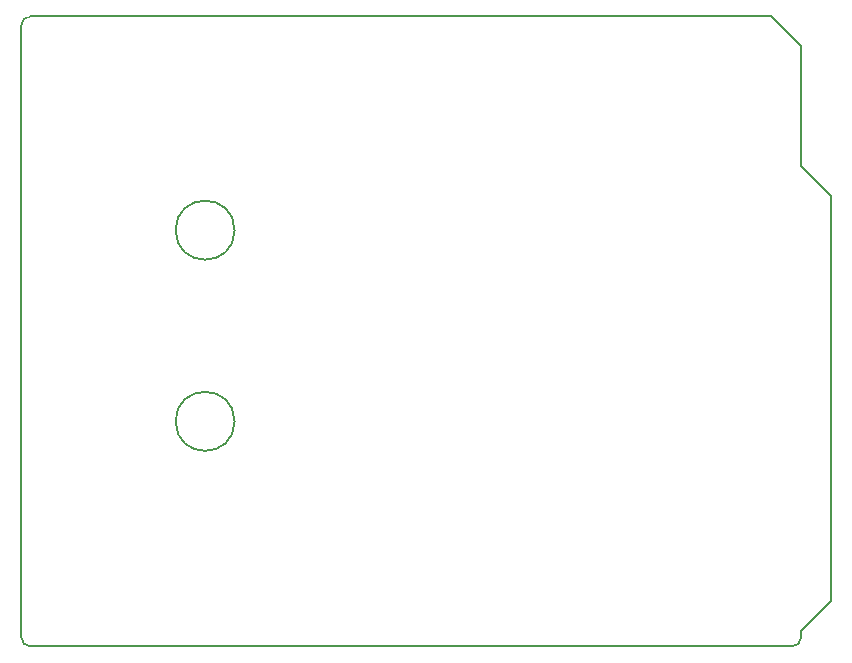
<source format=gm1>
G04 #@! TF.GenerationSoftware,KiCad,Pcbnew,6.0.11-2627ca5db0~126~ubuntu22.04.1*
G04 #@! TF.CreationDate,2024-01-25T08:43:19+01:00*
G04 #@! TF.ProjectId,lmwb_ds18b20,6c6d7762-5f64-4733-9138-6232302e6b69,rev?*
G04 #@! TF.SameCoordinates,Original*
G04 #@! TF.FileFunction,Profile,NP*
%FSLAX46Y46*%
G04 Gerber Fmt 4.6, Leading zero omitted, Abs format (unit mm)*
G04 Created by KiCad (PCBNEW 6.0.11-2627ca5db0~126~ubuntu22.04.1) date 2024-01-25 08:43:19*
%MOMM*%
%LPD*%
G01*
G04 APERTURE LIST*
G04 #@! TA.AperFunction,Profile*
%ADD10C,0.150000*%
G04 #@! TD*
G04 APERTURE END LIST*
D10*
X166040000Y-59360000D02*
X168580000Y-61900000D01*
X100000000Y-99238000D02*
X100000000Y-47422000D01*
X168580000Y-61900000D02*
X168580000Y-96190000D01*
X165278000Y-100000000D02*
X100762000Y-100000000D01*
X100762000Y-46660000D02*
X163500000Y-46660000D01*
X100000000Y-99238000D02*
G75*
G03*
X100762000Y-100000000I762000J0D01*
G01*
X118070000Y-64770000D02*
G75*
G03*
X118070000Y-64770000I-2500000J0D01*
G01*
X168580000Y-96190000D02*
X166040000Y-98730000D01*
X163500000Y-46660000D02*
X166040000Y-49200000D01*
X165278000Y-100000000D02*
G75*
G03*
X166040000Y-99238000I0J762000D01*
G01*
X118070000Y-80950000D02*
G75*
G03*
X118070000Y-80950000I-2500000J0D01*
G01*
X166040000Y-49200000D02*
X166040000Y-59360000D01*
X166040000Y-98730000D02*
X166040000Y-99238000D01*
X100762000Y-46660000D02*
G75*
G03*
X100000000Y-47422000I0J-762000D01*
G01*
M02*

</source>
